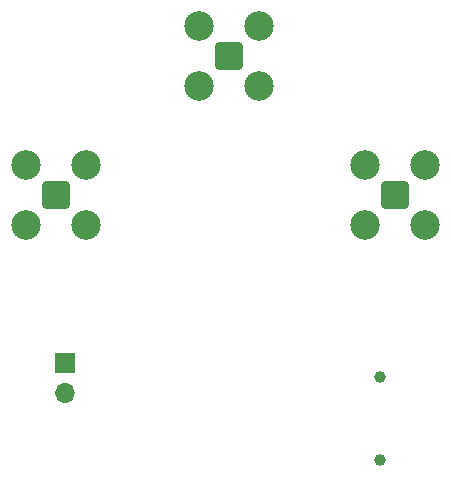
<source format=gbr>
%TF.GenerationSoftware,KiCad,Pcbnew,8.0.1*%
%TF.CreationDate,2024-04-10T11:13:06-07:00*%
%TF.ProjectId,TS3A5017-Mixer,54533341-3530-4313-972d-4d697865722e,rev?*%
%TF.SameCoordinates,Original*%
%TF.FileFunction,Soldermask,Bot*%
%TF.FilePolarity,Negative*%
%FSLAX46Y46*%
G04 Gerber Fmt 4.6, Leading zero omitted, Abs format (unit mm)*
G04 Created by KiCad (PCBNEW 8.0.1) date 2024-04-10 11:13:06*
%MOMM*%
%LPD*%
G01*
G04 APERTURE LIST*
G04 Aperture macros list*
%AMRoundRect*
0 Rectangle with rounded corners*
0 $1 Rounding radius*
0 $2 $3 $4 $5 $6 $7 $8 $9 X,Y pos of 4 corners*
0 Add a 4 corners polygon primitive as box body*
4,1,4,$2,$3,$4,$5,$6,$7,$8,$9,$2,$3,0*
0 Add four circle primitives for the rounded corners*
1,1,$1+$1,$2,$3*
1,1,$1+$1,$4,$5*
1,1,$1+$1,$6,$7*
1,1,$1+$1,$8,$9*
0 Add four rect primitives between the rounded corners*
20,1,$1+$1,$2,$3,$4,$5,0*
20,1,$1+$1,$4,$5,$6,$7,0*
20,1,$1+$1,$6,$7,$8,$9,0*
20,1,$1+$1,$8,$9,$2,$3,0*%
G04 Aperture macros list end*
%ADD10RoundRect,0.200100X0.949900X-0.949900X0.949900X0.949900X-0.949900X0.949900X-0.949900X-0.949900X0*%
%ADD11C,2.500000*%
%ADD12R,1.700000X1.700000*%
%ADD13O,1.700000X1.700000*%
%ADD14RoundRect,0.200100X-0.949900X-0.949900X0.949900X-0.949900X0.949900X0.949900X-0.949900X0.949900X0*%
%ADD15RoundRect,0.200100X-0.949900X0.949900X-0.949900X-0.949900X0.949900X-0.949900X0.949900X0.949900X0*%
%ADD16C,1.000000*%
G04 APERTURE END LIST*
D10*
%TO.C,J3*%
X131821220Y-89915385D03*
D11*
X129281220Y-92455385D03*
X134361220Y-92455385D03*
X129281220Y-87375385D03*
X134361220Y-87375385D03*
%TD*%
D12*
%TO.C,J4*%
X132588000Y-104140000D03*
D13*
X132588000Y-106680000D03*
%TD*%
D14*
%TO.C,J1*%
X146501153Y-78155632D03*
D11*
X143961153Y-75615632D03*
X143961153Y-80695632D03*
X149041153Y-75615632D03*
X149041153Y-80695632D03*
%TD*%
D15*
%TO.C,J2*%
X160589122Y-89936874D03*
D11*
X163129122Y-87396874D03*
X158049122Y-87396874D03*
X163129122Y-92476874D03*
X158049122Y-92476874D03*
%TD*%
D16*
%TO.C,J5*%
X159310000Y-112316000D03*
X159310000Y-105316000D03*
%TD*%
M02*

</source>
